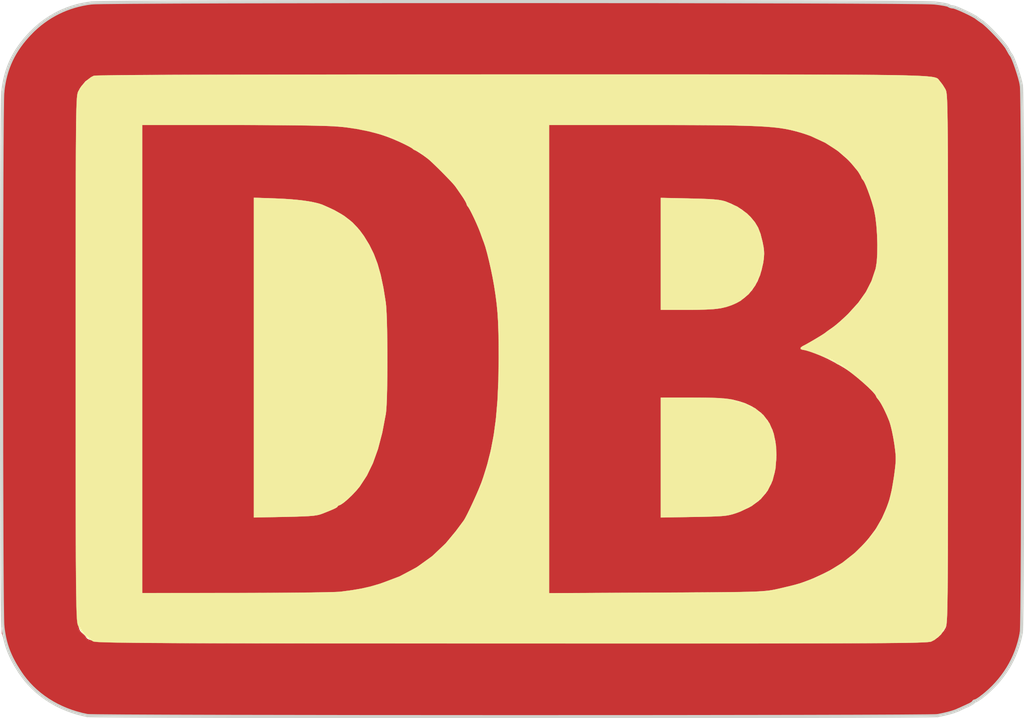
<source format=kicad_pcb>
(kicad_pcb (version 20171130) (host pcbnew 5.1.4+dfsg1-1)

  (general
    (thickness 1.6)
    (drawings 22)
    (tracks 0)
    (zones 0)
    (modules 3)
    (nets 1)
  )

  (page A4)
  (layers
    (0 F.Cu signal)
    (31 B.Cu signal hide)
    (32 B.Adhes user hide)
    (33 F.Adhes user hide)
    (34 B.Paste user hide)
    (35 F.Paste user hide)
    (36 B.SilkS user hide)
    (37 F.SilkS user)
    (38 B.Mask user hide)
    (39 F.Mask user hide)
    (40 Dwgs.User user)
    (41 Cmts.User user)
    (42 Eco1.User user)
    (43 Eco2.User user)
    (44 Edge.Cuts user)
    (45 Margin user)
    (46 B.CrtYd user)
    (47 F.CrtYd user)
    (48 B.Fab user)
    (49 F.Fab user)
  )

  (setup
    (last_trace_width 0.25)
    (trace_clearance 0.2)
    (zone_clearance 0.508)
    (zone_45_only no)
    (trace_min 0.2)
    (via_size 0.8)
    (via_drill 0.4)
    (via_min_size 0.4)
    (via_min_drill 0.3)
    (uvia_size 0.3)
    (uvia_drill 0.1)
    (uvias_allowed no)
    (uvia_min_size 0.2)
    (uvia_min_drill 0.1)
    (edge_width 0.05)
    (segment_width 0.2)
    (pcb_text_width 0.3)
    (pcb_text_size 1.5 1.5)
    (mod_edge_width 0.12)
    (mod_text_size 1 1)
    (mod_text_width 0.15)
    (pad_size 1.524 1.524)
    (pad_drill 0.762)
    (pad_to_mask_clearance 0.051)
    (solder_mask_min_width 0.25)
    (aux_axis_origin 0 0)
    (visible_elements FFFFFF7F)
    (pcbplotparams
      (layerselection 0x010fc_ffffffff)
      (usegerberextensions false)
      (usegerberattributes false)
      (usegerberadvancedattributes false)
      (creategerberjobfile false)
      (excludeedgelayer true)
      (linewidth 0.100000)
      (plotframeref false)
      (viasonmask false)
      (mode 1)
      (useauxorigin false)
      (hpglpennumber 1)
      (hpglpenspeed 20)
      (hpglpendiameter 15.000000)
      (psnegative false)
      (psa4output false)
      (plotreference true)
      (plotvalue true)
      (plotinvisibletext false)
      (padsonsilk false)
      (subtractmaskfromsilk false)
      (outputformat 1)
      (mirror false)
      (drillshape 1)
      (scaleselection 1)
      (outputdirectory ""))
  )

  (net 0 "")

  (net_class Default "This is the default net class."
    (clearance 0.2)
    (trace_width 0.25)
    (via_dia 0.8)
    (via_drill 0.4)
    (uvia_dia 0.3)
    (uvia_drill 0.1)
  )

  (module deutsche-bahn-sao:1280px-Deutsche_Bahn_AG-Logo-silk-invert (layer F.Cu) (tedit 0) (tstamp 5DD6C4C0)
    (at 150.9395 86.4235)
    (fp_text reference G*** (at 0 0) (layer F.SilkS) hide
      (effects (font (size 1.524 1.524) (thickness 0.3)))
    )
    (fp_text value LOGO (at 0.75 0) (layer F.SilkS) hide
      (effects (font (size 1.524 1.524) (thickness 0.3)))
    )
    (fp_poly (pts (xy 11.324166 -10.221801) (xy 11.971752 -10.205546) (xy 12.476345 -10.186451) (xy 12.864288 -10.162248)
      (xy 13.161921 -10.130667) (xy 13.395585 -10.089438) (xy 13.591621 -10.036293) (xy 13.631634 -10.02301)
      (xy 14.366276 -9.698177) (xy 14.969864 -9.269872) (xy 15.197666 -9.045233) (xy 15.478749 -8.704824)
      (xy 15.681844 -8.364696) (xy 15.832909 -7.969923) (xy 15.957902 -7.465582) (xy 15.968504 -7.414195)
      (xy 16.038495 -7.02173) (xy 16.062473 -6.707611) (xy 16.042542 -6.387832) (xy 16.001363 -6.101862)
      (xy 15.808929 -5.340835) (xy 15.49935 -4.679179) (xy 15.081635 -4.130371) (xy 14.564793 -3.707887)
      (xy 14.304863 -3.563822) (xy 13.985771 -3.423358) (xy 13.664577 -3.315931) (xy 13.312296 -3.237499)
      (xy 12.899945 -3.184024) (xy 12.39854 -3.151465) (xy 11.779096 -3.135783) (xy 11.211495 -3.132667)
      (xy 9.482666 -3.132667) (xy 9.482666 -10.261249) (xy 11.324166 -10.221801)) (layer F.SilkS) (width 0.01))
    (fp_poly (pts (xy 12.203604 2.459004) (xy 12.800115 2.470838) (xy 13.275525 2.492065) (xy 13.653878 2.523914)
      (xy 13.959219 2.567616) (xy 14.065447 2.588509) (xy 14.853901 2.818477) (xy 15.505592 3.145383)
      (xy 16.024233 3.57393) (xy 16.413537 4.108821) (xy 16.677215 4.754758) (xy 16.818981 5.516445)
      (xy 16.847661 6.113036) (xy 16.788015 6.979539) (xy 16.604191 7.732404) (xy 16.292646 8.376823)
      (xy 15.849837 8.91799) (xy 15.272223 9.361097) (xy 14.556259 9.711338) (xy 14.33872 9.790671)
      (xy 14.123799 9.861722) (xy 13.928641 9.916787) (xy 13.726839 9.958396) (xy 13.491986 9.989083)
      (xy 13.197672 10.011377) (xy 12.817492 10.02781) (xy 12.325036 10.040913) (xy 11.693898 10.053219)
      (xy 11.578166 10.055285) (xy 9.482666 10.092465) (xy 9.482666 2.455333) (xy 11.461947 2.455333)
      (xy 12.203604 2.459004)) (layer F.SilkS) (width 0.01))
    (fp_poly (pts (xy -14.964834 -10.220405) (xy -14.132448 -10.176256) (xy -13.390863 -10.105269) (xy -12.762043 -10.010442)
      (xy -12.267955 -9.894771) (xy -12.065 -9.824736) (xy -11.293397 -9.476232) (xy -10.66014 -9.10445)
      (xy -10.134242 -8.686049) (xy -9.684715 -8.197692) (xy -9.418783 -7.831667) (xy -9.072736 -7.265609)
      (xy -8.785167 -6.680413) (xy -8.546119 -6.045762) (xy -8.345636 -5.331338) (xy -8.173762 -4.506823)
      (xy -8.028536 -3.598333) (xy -7.999283 -3.297995) (xy -7.974887 -2.858995) (xy -7.955375 -2.30786)
      (xy -7.940771 -1.671117) (xy -7.931101 -0.975292) (xy -7.92639 -0.246911) (xy -7.926665 0.487499)
      (xy -7.931949 1.201413) (xy -7.942269 1.868303) (xy -7.95765 2.461644) (xy -7.978118 2.954909)
      (xy -8.003698 3.321572) (xy -8.021758 3.471333) (xy -8.246155 4.664835) (xy -8.517716 5.708964)
      (xy -8.841738 6.618421) (xy -9.223519 7.40791) (xy -9.668359 8.092134) (xy -9.703671 8.138651)
      (xy -9.934523 8.413737) (xy -10.203525 8.695272) (xy -10.478688 8.954207) (xy -10.728023 9.161493)
      (xy -10.919542 9.288082) (xy -10.997251 9.313333) (xy -11.087044 9.359743) (xy -11.091334 9.379438)
      (xy -11.122535 9.428088) (xy -11.231049 9.495331) (xy -11.439243 9.591876) (xy -11.769484 9.728433)
      (xy -12.065 9.845616) (xy -12.224523 9.900663) (xy -12.404976 9.943623) (xy -12.631304 9.976643)
      (xy -12.928453 10.001872) (xy -13.321368 10.021455) (xy -13.834994 10.037541) (xy -14.456834 10.051527)
      (xy -16.425334 10.091177) (xy -16.425334 -10.270289) (xy -14.964834 -10.220405)) (layer F.SilkS) (width 0.01))
    (fp_poly (pts (xy 11.113489 -18.118841) (xy 12.879036 -18.118385) (xy 14.508502 -18.11756) (xy 16.007428 -18.116275)
      (xy 17.381356 -18.114443) (xy 18.635829 -18.111975) (xy 19.776389 -18.108782) (xy 20.808577 -18.104776)
      (xy 21.737935 -18.099868) (xy 22.570006 -18.093969) (xy 23.310331 -18.08699) (xy 23.964452 -18.078844)
      (xy 24.537912 -18.069441) (xy 25.036252 -18.058693) (xy 25.465014 -18.046511) (xy 25.82974 -18.032806)
      (xy 26.135973 -18.01749) (xy 26.389253 -18.000475) (xy 26.595124 -17.981671) (xy 26.759127 -17.960989)
      (xy 26.886804 -17.938342) (xy 26.983697 -17.913641) (xy 27.055347 -17.886797) (xy 27.107298 -17.857721)
      (xy 27.145091 -17.826324) (xy 27.174268 -17.792519) (xy 27.20037 -17.756216) (xy 27.228941 -17.717327)
      (xy 27.258048 -17.683497) (xy 27.423958 -17.471786) (xy 27.586612 -17.211049) (xy 27.608706 -17.16954)
      (xy 27.627823 -17.129072) (xy 27.645374 -17.080238) (xy 27.661426 -17.015969) (xy 27.676046 -16.9292)
      (xy 27.689301 -16.812864) (xy 27.701258 -16.659894) (xy 27.711983 -16.463223) (xy 27.721543 -16.215786)
      (xy 27.730006 -15.910514) (xy 27.737437 -15.540343) (xy 27.743905 -15.098204) (xy 27.749475 -14.577032)
      (xy 27.754215 -13.969759) (xy 27.758191 -13.269319) (xy 27.761471 -12.468646) (xy 27.764121 -11.560673)
      (xy 27.766207 -10.538332) (xy 27.767798 -9.394559) (xy 27.768959 -8.122285) (xy 27.769758 -6.714444)
      (xy 27.770261 -5.16397) (xy 27.770535 -3.463796) (xy 27.770648 -1.606855) (xy 27.770666 -0.048579)
      (xy 27.770607 1.939332) (xy 27.770388 3.76495) (xy 27.769949 5.435315) (xy 27.769228 6.957467)
      (xy 27.768166 8.338448) (xy 27.7667 9.585297) (xy 27.764771 10.705054) (xy 27.762316 11.70476)
      (xy 27.759276 12.591456) (xy 27.755589 13.37218) (xy 27.751195 14.053975) (xy 27.746032 14.64388)
      (xy 27.740039 15.148935) (xy 27.733157 15.57618) (xy 27.725323 15.932657) (xy 27.716477 16.225405)
      (xy 27.706558 16.461464) (xy 27.695505 16.647875) (xy 27.683257 16.791679) (xy 27.669754 16.899915)
      (xy 27.654934 16.979624) (xy 27.638736 17.037846) (xy 27.6225 17.078627) (xy 27.326358 17.539358)
      (xy 26.928534 17.876354) (xy 26.715132 17.985041) (xy 26.673594 17.997808) (xy 26.608469 18.009737)
      (xy 26.514251 18.020854) (xy 26.385432 18.031186) (xy 26.216505 18.040758) (xy 26.001963 18.049597)
      (xy 25.7363 18.057728) (xy 25.414009 18.065178) (xy 25.029582 18.071973) (xy 24.577513 18.07814)
      (xy 24.052295 18.083703) (xy 23.448421 18.08869) (xy 22.760384 18.093126) (xy 21.982678 18.097038)
      (xy 21.109794 18.100451) (xy 20.136227 18.103393) (xy 19.05647 18.105888) (xy 17.865015 18.107964)
      (xy 16.556356 18.109645) (xy 15.124985 18.11096) (xy 13.565397 18.111932) (xy 11.872083 18.11259)
      (xy 10.039537 18.112958) (xy 8.062253 18.113063) (xy 5.934723 18.112931) (xy 3.65144 18.112589)
      (xy 1.206898 18.112061) (xy 0.010826 18.11176) (xy -2.521279 18.111028) (xy -4.88947 18.110184)
      (xy -7.099167 18.109201) (xy -9.155787 18.108052) (xy -11.06475 18.106709) (xy -12.831476 18.105146)
      (xy -14.461383 18.103335) (xy -15.95989 18.101249) (xy -17.332418 18.098863) (xy -18.584384 18.096147)
      (xy -19.721207 18.093076) (xy -20.748308 18.089621) (xy -21.671105 18.085757) (xy -22.495017 18.081456)
      (xy -23.225464 18.076691) (xy -23.867863 18.071434) (xy -24.427636 18.06566) (xy -24.9102 18.05934)
      (xy -25.320975 18.052448) (xy -25.66538 18.044956) (xy -25.948834 18.036838) (xy -26.176756 18.028067)
      (xy -26.354565 18.018614) (xy -26.487681 18.008455) (xy -26.581522 17.99756) (xy -26.641508 17.985903)
      (xy -26.663547 17.978514) (xy -27.058466 17.72656) (xy -27.399541 17.359889) (xy -27.627827 16.952786)
      (xy -27.644835 16.901237) (xy -27.660445 16.831615) (xy -27.674717 16.736846) (xy -27.68771 16.609861)
      (xy -27.699484 16.443586) (xy -27.710097 16.230949) (xy -27.71961 15.96488) (xy -27.728082 15.638307)
      (xy -27.735571 15.244157) (xy -27.740245 14.910499) (xy 2.370666 14.910499) (xy 9.2075 14.875748)
      (xy 10.447497 14.869299) (xy 11.530311 14.863172) (xy 12.46809 14.857034) (xy 13.272983 14.850547)
      (xy 13.957138 14.843378) (xy 14.532704 14.83519) (xy 15.01183 14.825648) (xy 15.406665 14.814417)
      (xy 15.729356 14.801162) (xy 15.992053 14.785547) (xy 16.206904 14.767236) (xy 16.386059 14.745895)
      (xy 16.541664 14.721188) (xy 16.68587 14.69278) (xy 16.806333 14.665983) (xy 17.345947 14.541497)
      (xy 17.757076 14.443846) (xy 18.076338 14.362255) (xy 18.340352 14.285947) (xy 18.585736 14.204147)
      (xy 18.849108 14.106077) (xy 19.167087 13.980963) (xy 19.26049 13.943763) (xy 20.17902 13.509864)
      (xy 21.048564 12.967657) (xy 21.845685 12.338193) (xy 22.546945 11.642519) (xy 23.128904 10.901685)
      (xy 23.568126 10.13674) (xy 23.615108 10.033) (xy 23.734283 9.760273) (xy 23.834902 9.528791)
      (xy 23.873041 9.440333) (xy 24.040933 8.958851) (xy 24.18852 8.341901) (xy 24.319251 7.574472)
      (xy 24.346644 7.379907) (xy 24.406075 6.919366) (xy 24.438937 6.567822) (xy 24.445393 6.267066)
      (xy 24.425605 5.958884) (xy 24.379734 5.585064) (xy 24.352184 5.390702) (xy 24.278666 4.950735)
      (xy 24.189433 4.519365) (xy 24.097643 4.156218) (xy 24.040727 3.979333) (xy 23.878675 3.582469)
      (xy 23.698365 3.195798) (xy 23.521823 2.862479) (xy 23.371076 2.625673) (xy 23.317331 2.561902)
      (xy 23.218554 2.435191) (xy 23.198666 2.380819) (xy 23.134253 2.256111) (xy 22.958665 2.054903)
      (xy 22.698379 1.799315) (xy 22.379872 1.511465) (xy 22.029621 1.213473) (xy 21.674102 0.927458)
      (xy 21.339792 0.675541) (xy 21.053169 0.479839) (xy 20.840709 0.362473) (xy 20.754212 0.338667)
      (xy 20.649889 0.281597) (xy 20.644555 0.271176) (xy 20.54728 0.191724) (xy 20.326603 0.07403)
      (xy 20.019853 -0.06686) (xy 19.66436 -0.2159) (xy 19.297452 -0.358046) (xy 18.956459 -0.478253)
      (xy 18.678709 -0.561475) (xy 18.501532 -0.592667) (xy 18.501256 -0.592667) (xy 18.387124 -0.637881)
      (xy 18.396908 -0.734681) (xy 18.520833 -0.823028) (xy 18.653306 -0.888263) (xy 18.879878 -1.013781)
      (xy 19.159395 -1.175195) (xy 19.450704 -1.348116) (xy 19.712649 -1.508155) (xy 19.904077 -1.630923)
      (xy 19.981333 -1.688548) (xy 20.070459 -1.75911) (xy 20.253704 -1.88904) (xy 20.401817 -1.989905)
      (xy 20.62709 -2.161419) (xy 20.922673 -2.414436) (xy 21.241856 -2.708068) (xy 21.417817 -2.879305)
      (xy 22.046014 -3.567733) (xy 22.530813 -4.247037) (xy 22.892625 -4.950997) (xy 23.151861 -5.713393)
      (xy 23.168459 -5.776673) (xy 23.231699 -6.155458) (xy 23.266662 -6.65761) (xy 23.274716 -7.239778)
      (xy 23.257227 -7.858609) (xy 23.215562 -8.470753) (xy 23.151089 -9.032858) (xy 23.065174 -9.501572)
      (xy 23.048927 -9.567333) (xy 22.94248 -9.940506) (xy 22.81404 -10.334048) (xy 22.677105 -10.712804)
      (xy 22.545173 -11.041617) (xy 22.431742 -11.285329) (xy 22.35031 -11.408783) (xy 22.339205 -11.415889)
      (xy 22.26844 -11.512598) (xy 22.267333 -11.527634) (xy 22.222594 -11.640549) (xy 22.108339 -11.836829)
      (xy 22.021427 -11.96857) (xy 21.461471 -12.642268) (xy 20.76328 -13.248108) (xy 19.949835 -13.770034)
      (xy 19.044116 -14.19199) (xy 18.626666 -14.340428) (xy 18.324242 -14.434686) (xy 18.02718 -14.517841)
      (xy 17.723267 -14.590581) (xy 17.400292 -14.653592) (xy 17.046041 -14.707562) (xy 16.648302 -14.753175)
      (xy 16.194863 -14.791121) (xy 15.67351 -14.822085) (xy 15.072031 -14.846755) (xy 14.378214 -14.865817)
      (xy 13.579845 -14.879958) (xy 12.664713 -14.889865) (xy 11.620605 -14.896225) (xy 10.435307 -14.899725)
      (xy 9.096608 -14.901051) (xy 8.657166 -14.901128) (xy 2.370666 -14.901333) (xy 2.370666 14.910499)
      (xy -27.740245 14.910499) (xy -27.742139 14.775358) (xy -27.747844 14.224839) (xy -27.752745 13.585528)
      (xy -27.756903 12.850354) (xy -27.760376 12.012244) (xy -27.763224 11.064126) (xy -27.765507 9.998929)
      (xy -27.767284 8.809581) (xy -27.768614 7.489009) (xy -27.769557 6.030144) (xy -27.770172 4.425911)
      (xy -27.770519 2.66924) (xy -27.770657 0.753059) (xy -27.770667 -0.037028) (xy -27.770627 -2.010807)
      (xy -27.77046 -3.822379) (xy -27.770102 -5.478869) (xy -27.769485 -6.987404) (xy -27.768543 -8.355109)
      (xy -27.76721 -9.589111) (xy -27.765419 -10.696534) (xy -27.763104 -11.684506) (xy -27.760198 -12.560152)
      (xy -27.756635 -13.330598) (xy -27.752348 -14.002969) (xy -27.747272 -14.584393) (xy -27.743493 -14.901333)
      (xy -23.537334 -14.901333) (xy -23.537334 14.901333) (xy -17.547167 14.896768) (xy -16.536363 14.894962)
      (xy -15.561161 14.891225) (xy -14.637007 14.88574) (xy -13.779348 14.878692) (xy -13.003633 14.870263)
      (xy -12.325309 14.860636) (xy -11.759823 14.849995) (xy -11.322622 14.838522) (xy -11.029153 14.826402)
      (xy -10.922 14.818172) (xy -10.200426 14.723842) (xy -9.586839 14.618172) (xy -9.019895 14.48873)
      (xy -8.438253 14.323081) (xy -8.361572 14.299246) (xy -7.14997 13.840445) (xy -6.053032 13.258105)
      (xy -5.066605 12.549333) (xy -4.186533 11.71124) (xy -3.570078 10.964333) (xy -3.363344 10.686459)
      (xy -3.192274 10.456667) (xy -3.084374 10.311899) (xy -3.065758 10.287) (xy -2.975356 10.135475)
      (xy -2.835098 9.864576) (xy -2.661911 9.510537) (xy -2.472725 9.109591) (xy -2.284468 8.697971)
      (xy -2.114068 8.31191) (xy -1.978454 7.987641) (xy -1.918598 7.831667) (xy -1.615057 6.906049)
      (xy -1.366456 5.953436) (xy -1.169669 4.950923) (xy -1.02157 3.875608) (xy -0.919033 2.704586)
      (xy -0.858931 1.414955) (xy -0.83814 -0.016189) (xy -0.838078 -0.084667) (xy -0.841212 -0.961088)
      (xy -0.852752 -1.702101) (xy -0.87488 -2.341519) (xy -0.909777 -2.913152) (xy -0.959621 -3.450811)
      (xy -1.026596 -3.988309) (xy -1.11288 -4.559456) (xy -1.135664 -4.699) (xy -1.225611 -5.196321)
      (xy -1.335285 -5.730102) (xy -1.455024 -6.259484) (xy -1.575167 -6.743607) (xy -1.686054 -7.141612)
      (xy -1.776272 -7.408333) (xy -1.843694 -7.585363) (xy -1.939055 -7.847443) (xy -1.993567 -8.001)
      (xy -2.101682 -8.281892) (xy -2.242976 -8.612696) (xy -2.399698 -8.956216) (xy -2.554096 -9.275258)
      (xy -2.688419 -9.532624) (xy -2.784915 -9.691119) (xy -2.815167 -9.722556) (xy -2.875186 -9.820046)
      (xy -2.878667 -9.855819) (xy -2.924707 -9.97717) (xy -3.044036 -10.184155) (xy -3.173388 -10.37793)
      (xy -3.352366 -10.633762) (xy -3.504941 -10.856264) (xy -3.575554 -10.962596) (xy -3.683007 -11.095544)
      (xy -3.883443 -11.315107) (xy -4.147115 -11.591233) (xy -4.444278 -11.893871) (xy -4.745186 -12.192967)
      (xy -5.020092 -12.458471) (xy -5.239249 -12.66033) (xy -5.338954 -12.744132) (xy -5.713267 -13.024145)
      (xy -5.98724 -13.208469) (xy -6.149288 -13.289456) (xy -6.170183 -13.292667) (xy -6.274329 -13.346695)
      (xy -6.279445 -13.356167) (xy -6.368883 -13.426535) (xy -6.576707 -13.545108) (xy -6.865655 -13.693406)
      (xy -7.198462 -13.852946) (xy -7.537868 -14.005246) (xy -7.832043 -14.126226) (xy -8.41508 -14.318641)
      (xy -9.112922 -14.49647) (xy -9.87107 -14.648345) (xy -10.635025 -14.762893) (xy -11.124796 -14.813243)
      (xy -11.406544 -14.828964) (xy -11.840594 -14.84372) (xy -12.409913 -14.857287) (xy -13.097471 -14.869445)
      (xy -13.886237 -14.879969) (xy -14.75918 -14.888639) (xy -15.699269 -14.895232) (xy -16.689472 -14.899526)
      (xy -17.71276 -14.901299) (xy -17.876962 -14.901333) (xy -23.537334 -14.901333) (xy -27.743493 -14.901333)
      (xy -27.741338 -15.081994) (xy -27.734483 -15.502899) (xy -27.726637 -15.854233) (xy -27.717736 -16.143123)
      (xy -27.707713 -16.376694) (xy -27.696501 -16.562073) (xy -27.684034 -16.706385) (xy -27.670246 -16.816756)
      (xy -27.655069 -16.900312) (xy -27.638438 -16.964179) (xy -27.620287 -17.015483) (xy -27.612187 -17.035014)
      (xy -27.412308 -17.368125) (xy -27.124645 -17.688811) (xy -26.804743 -17.941238) (xy -26.61275 -18.039672)
      (xy -26.508734 -18.047126) (xy -26.239245 -18.054279) (xy -25.808143 -18.061118) (xy -25.219286 -18.067634)
      (xy -24.476534 -18.073813) (xy -23.583748 -18.079646) (xy -22.544787 -18.085119) (xy -21.36351 -18.090223)
      (xy -20.043778 -18.094945) (xy -18.589449 -18.099274) (xy -17.004384 -18.103199) (xy -15.292441 -18.106708)
      (xy -13.457482 -18.109789) (xy -11.503365 -18.112432) (xy -9.43395 -18.114625) (xy -7.253097 -18.116356)
      (xy -4.964665 -18.117614) (xy -2.572515 -18.118388) (xy -0.080505 -18.118666) (xy 0.050564 -18.118667)
      (xy 2.579648 -18.118733) (xy 4.94494 -18.118872) (xy 7.151983 -18.118995) (xy 9.206319 -18.119014)
      (xy 11.113489 -18.118841)) (layer F.SilkS) (width 0.01))
  )

  (module deutsche-bahn-sao:1280px-Deutsche_Bahn_AG-Logo-copper (layer F.Cu) (tedit 0) (tstamp 5DD6C36C)
    (at 150.9395 86.4235)
    (fp_text reference G*** (at 0 0) (layer F.Cu) hide
      (effects (font (size 1.524 1.524) (thickness 0.3)))
    )
    (fp_text value LOGO (at 0.75 0) (layer F.Cu) hide
      (effects (font (size 1.524 1.524) (thickness 0.3)))
    )
    (fp_poly (pts (xy 8.6995 -14.899412) (xy 10.070933 -14.898104) (xy 11.284787 -14.894802) (xy 12.352804 -14.889117)
      (xy 13.28673 -14.88066) (xy 14.09831 -14.869042) (xy 14.799289 -14.853874) (xy 15.401412 -14.834766)
      (xy 15.916423 -14.811329) (xy 16.356068 -14.783173) (xy 16.732092 -14.749911) (xy 17.056239 -14.711152)
      (xy 17.340254 -14.666506) (xy 17.595882 -14.615586) (xy 17.653 -14.602692) (xy 18.093449 -14.494088)
      (xy 18.505387 -14.379902) (xy 18.851243 -14.271619) (xy 19.093448 -14.180726) (xy 19.177 -14.136776)
      (xy 19.319448 -14.065555) (xy 19.46869 -14.011746) (xy 19.876819 -13.834019) (xy 20.342802 -13.54733)
      (xy 20.82971 -13.183036) (xy 21.300612 -12.772495) (xy 21.718579 -12.347064) (xy 22.04668 -11.9381)
      (xy 22.192886 -11.698636) (xy 22.291937 -11.52345) (xy 22.360256 -11.43) (xy 22.430138 -11.315866)
      (xy 22.535249 -11.078207) (xy 22.661382 -10.755453) (xy 22.794328 -10.386035) (xy 22.919878 -10.008383)
      (xy 23.023823 -9.660928) (xy 23.048927 -9.567333) (xy 23.13827 -9.118324) (xy 23.206398 -8.568726)
      (xy 23.251945 -7.961889) (xy 23.273543 -7.341167) (xy 23.269826 -6.749909) (xy 23.239426 -6.231469)
      (xy 23.180976 -5.829196) (xy 23.168459 -5.776673) (xy 22.916408 -5.008263) (xy 22.563382 -4.300939)
      (xy 22.08897 -3.620922) (xy 21.472762 -2.934431) (xy 21.417817 -2.879305) (xy 21.106206 -2.580834)
      (xy 20.791353 -2.29948) (xy 20.519968 -2.076132) (xy 20.401817 -1.989905) (xy 20.182576 -1.839462)
      (xy 20.026561 -1.72625) (xy 19.981333 -1.688548) (xy 19.885171 -1.618289) (xy 19.682545 -1.489457)
      (xy 19.414609 -1.32644) (xy 19.122518 -1.153627) (xy 18.847426 -0.995407) (xy 18.630487 -0.87617)
      (xy 18.520833 -0.823028) (xy 18.395416 -0.732183) (xy 18.387926 -0.635918) (xy 18.499329 -0.592667)
      (xy 18.76932 -0.548387) (xy 19.149768 -0.425031) (xy 19.609822 -0.236821) (xy 20.118627 0.002021)
      (xy 20.64533 0.277272) (xy 21.159079 0.574708) (xy 21.492237 0.787008) (xy 21.756735 0.9797)
      (xy 22.060235 1.226361) (xy 22.37512 1.501196) (xy 22.673771 1.778409) (xy 22.928569 2.032206)
      (xy 23.111898 2.23679) (xy 23.196138 2.366367) (xy 23.198666 2.380819) (xy 23.251773 2.485884)
      (xy 23.317331 2.561902) (xy 23.449078 2.740766) (xy 23.616417 3.035237) (xy 23.797121 3.401768)
      (xy 23.968964 3.79681) (xy 24.038361 3.974628) (xy 24.123007 4.254489) (xy 24.214471 4.643827)
      (xy 24.29987 5.083936) (xy 24.349154 5.390867) (xy 24.406965 5.814797) (xy 24.43854 6.145895)
      (xy 24.443788 6.442816) (xy 24.422613 6.764216) (xy 24.374923 7.168751) (xy 24.34598 7.384778)
      (xy 24.242419 8.062373) (xy 24.126476 8.625034) (xy 23.9826 9.127129) (xy 23.795242 9.623026)
      (xy 23.552252 10.16) (xy 23.208903 10.757765) (xy 22.750865 11.381623) (xy 22.217368 11.987074)
      (xy 21.647642 12.529618) (xy 21.080917 12.964758) (xy 21.077826 12.966807) (xy 20.448254 13.348228)
      (xy 19.751401 13.709907) (xy 19.040346 14.027563) (xy 18.368172 14.276919) (xy 17.949333 14.397796)
      (xy 17.629304 14.476831) (xy 17.349539 14.54589) (xy 17.0968 14.605698) (xy 16.857846 14.656977)
      (xy 16.619439 14.700452) (xy 16.368339 14.736847) (xy 16.091307 14.766885) (xy 15.775104 14.79129)
      (xy 15.40649 14.810787) (xy 14.972225 14.826098) (xy 14.459072 14.837949) (xy 13.853789 14.847062)
      (xy 13.143138 14.854162) (xy 12.31388 14.859972) (xy 11.352776 14.865217) (xy 10.246585 14.870619)
      (xy 9.2075 14.875748) (xy 2.370666 14.910499) (xy 2.370666 2.455333) (xy 9.482666 2.455333)
      (xy 9.482666 10.092465) (xy 11.578166 10.055285) (xy 12.233969 10.042872) (xy 12.746859 10.030066)
      (xy 13.143246 10.014337) (xy 13.449535 9.993152) (xy 13.692136 9.96398) (xy 13.897455 9.92429)
      (xy 14.091901 9.87155) (xy 14.301881 9.80323) (xy 14.33872 9.790671) (xy 15.088858 9.467616)
      (xy 15.699884 9.055729) (xy 16.17621 8.548469) (xy 16.522245 7.939297) (xy 16.742401 7.221674)
      (xy 16.841088 6.38906) (xy 16.84775 6.070702) (xy 16.786977 5.237307) (xy 16.605248 4.520506)
      (xy 16.3003 3.916118) (xy 15.869866 3.419963) (xy 15.311681 3.02786) (xy 15.155333 2.94726)
      (xy 14.818939 2.799307) (xy 14.473466 2.682908) (xy 14.093513 2.594679) (xy 13.65368 2.531237)
      (xy 13.128564 2.489198) (xy 12.492764 2.46518) (xy 11.72088 2.455799) (xy 11.461947 2.455333)
      (xy 9.482666 2.455333) (xy 2.370666 2.455333) (xy 2.370666 -3.132667) (xy 9.482666 -3.132667)
      (xy 11.211495 -3.132667) (xy 11.907473 -3.137143) (xy 12.457503 -3.151463) (xy 12.884756 -3.176964)
      (xy 13.212405 -3.214982) (xy 13.442877 -3.261415) (xy 14.18688 -3.520438) (xy 14.801091 -3.88568)
      (xy 15.29007 -4.362261) (xy 15.658376 -4.955301) (xy 15.910569 -5.669921) (xy 16.004846 -6.138333)
      (xy 16.055951 -6.525429) (xy 16.066109 -6.829388) (xy 16.033089 -7.131921) (xy 15.969035 -7.450667)
      (xy 15.835665 -7.965468) (xy 15.67981 -8.366598) (xy 15.474571 -8.709662) (xy 15.197666 -9.045233)
      (xy 14.650553 -9.520684) (xy 13.974889 -9.8911) (xy 13.631634 -10.02301) (xy 13.440273 -10.079031)
      (xy 13.216981 -10.122644) (xy 12.935418 -10.15612) (xy 12.569242 -10.181727) (xy 12.092113 -10.201734)
      (xy 11.47769 -10.218411) (xy 11.324166 -10.221801) (xy 9.482666 -10.261249) (xy 9.482666 -3.132667)
      (xy 2.370666 -3.132667) (xy 2.370666 -14.901333) (xy 8.6995 -14.899412)) (layer F.Cu) (width 0.01))
    (fp_poly (pts (xy -16.547548 -14.900463) (xy -15.374 -14.897248) (xy -14.342858 -14.890789) (xy -13.440661 -14.880182)
      (xy -12.653949 -14.864526) (xy -11.96926 -14.842918) (xy -11.373134 -14.814456) (xy -10.85211 -14.778239)
      (xy -10.392728 -14.733364) (xy -9.981526 -14.678929) (xy -9.605045 -14.614032) (xy -9.249823 -14.537771)
      (xy -8.902399 -14.449243) (xy -8.549313 -14.347548) (xy -8.255 -14.256508) (xy -7.944769 -14.148117)
      (xy -7.579737 -14.004957) (xy -7.197748 -13.843836) (xy -6.83665 -13.681562) (xy -6.534288 -13.53494)
      (xy -6.328507 -13.420778) (xy -6.265334 -13.372915) (xy -6.17307 -13.304312) (xy -5.988206 -13.184528)
      (xy -5.884334 -13.120494) (xy -5.624232 -12.95324) (xy -5.388497 -12.786752) (xy -5.334 -12.744501)
      (xy -5.158498 -12.589507) (xy -4.903571 -12.34778) (xy -4.604279 -12.054431) (xy -4.29568 -11.744573)
      (xy -4.012834 -11.453318) (xy -3.7908 -11.215777) (xy -3.682463 -11.090472) (xy -3.481043 -10.823577)
      (xy -3.275631 -10.529773) (xy -3.0909 -10.247176) (xy -2.951526 -10.013901) (xy -2.882183 -9.868065)
      (xy -2.878667 -9.848823) (xy -2.833102 -9.734533) (xy -2.815167 -9.722556) (xy -2.746655 -9.633349)
      (xy -2.630675 -9.425069) (xy -2.484979 -9.134911) (xy -2.327316 -8.800071) (xy -2.17544 -8.457745)
      (xy -2.047102 -8.145129) (xy -1.993567 -8.001) (xy -1.894556 -7.724086) (xy -1.808335 -7.490908)
      (xy -1.776272 -7.408333) (xy -1.683784 -7.134077) (xy -1.57259 -6.73374) (xy -1.452352 -6.248183)
      (xy -1.33273 -5.718265) (xy -1.223386 -5.184846) (xy -1.135664 -4.699) (xy -1.043896 -4.110152)
      (xy -0.972213 -3.562841) (xy -0.918359 -3.022659) (xy -0.880079 -2.4552) (xy -0.855118 -1.826055)
      (xy -0.841221 -1.100816) (xy -0.836132 -0.245077) (xy -0.836003 -0.127) (xy -0.852512 1.270375)
      (xy -0.906183 2.527286) (xy -1.000284 3.669178) (xy -1.138087 4.721495) (xy -1.322861 5.70968)
      (xy -1.557878 6.659178) (xy -1.81749 7.50902) (xy -1.947841 7.869898) (xy -2.119565 8.300472)
      (xy -2.31649 8.764746) (xy -2.522441 9.226726) (xy -2.721245 9.650419) (xy -2.896727 9.999829)
      (xy -3.032713 10.238963) (xy -3.065758 10.287) (xy -3.142727 10.390157) (xy -3.293229 10.592256)
      (xy -3.489757 10.856353) (xy -3.570078 10.964333) (xy -4.298413 11.834329) (xy -5.104654 12.578926)
      (xy -5.915689 13.16437) (xy -6.323808 13.419508) (xy -6.703411 13.633411) (xy -7.090201 13.8216)
      (xy -7.519882 13.999595) (xy -8.028158 14.182919) (xy -8.650734 14.387091) (xy -8.932334 14.475754)
      (xy -9.233409 14.551691) (xy -9.661676 14.635041) (xy -10.17562 14.718659) (xy -10.733726 14.795401)
      (xy -10.922 14.818172) (xy -11.112586 14.830618) (xy -11.457057 14.842536) (xy -11.939966 14.853745)
      (xy -12.545867 14.864059) (xy -13.25931 14.873296) (xy -14.06485 14.881272) (xy -14.947039 14.887805)
      (xy -15.890429 14.892712) (xy -16.879574 14.895808) (xy -17.547167 14.896768) (xy -23.537334 14.901333)
      (xy -23.537334 10.091177) (xy -16.425334 10.091177) (xy -14.456834 10.051527) (xy -13.805563 10.036774)
      (xy -13.29868 10.020561) (xy -12.911238 10.000743) (xy -12.618293 9.97517) (xy -12.3949 9.941696)
      (xy -12.216114 9.898173) (xy -12.065 9.845616) (xy -11.642004 9.676802) (xy -11.35581 9.555065)
      (xy -11.184051 9.469694) (xy -11.104359 9.40998) (xy -11.091334 9.379438) (xy -11.025282 9.316347)
      (xy -10.997251 9.313333) (xy -10.859795 9.253964) (xy -10.643957 9.095222) (xy -10.381726 8.866157)
      (xy -10.105091 8.595817) (xy -9.846041 8.31325) (xy -9.703671 8.138651) (xy -9.253989 7.461581)
      (xy -8.867755 6.680326) (xy -8.53967 5.780182) (xy -8.264436 4.746448) (xy -8.036754 3.56442)
      (xy -8.021758 3.471333) (xy -7.993253 3.196038) (xy -7.969807 2.777966) (xy -7.951399 2.243596)
      (xy -7.938008 1.619408) (xy -7.929613 0.931882) (xy -7.926192 0.207497) (xy -7.927724 -0.527267)
      (xy -7.934188 -1.245929) (xy -7.945562 -1.922011) (xy -7.961826 -2.529032) (xy -7.982958 -3.040513)
      (xy -8.008936 -3.429975) (xy -8.027437 -3.598333) (xy -8.181174 -4.559299) (xy -8.355813 -5.381845)
      (xy -8.561401 -6.09654) (xy -8.807985 -6.73395) (xy -9.10561 -7.32464) (xy -9.418783 -7.831667)
      (xy -9.835283 -8.378015) (xy -10.308013 -8.839235) (xy -10.867958 -9.238667) (xy -11.546106 -9.599648)
      (xy -12.065 -9.824736) (xy -12.477245 -9.950411) (xy -13.036078 -10.05686) (xy -13.719531 -10.141086)
      (xy -14.50564 -10.200092) (xy -14.964834 -10.220405) (xy -16.425334 -10.270289) (xy -16.425334 10.091177)
      (xy -23.537334 10.091177) (xy -23.537334 -14.901333) (xy -17.876962 -14.901333) (xy -16.547548 -14.900463)) (layer F.Cu) (width 0.01))
    (fp_poly (pts (xy -11.295686 -22.766303) (xy -9.361236 -22.765626) (xy -7.280347 -22.764481) (xy -5.047628 -22.76291)
      (xy -2.657689 -22.760958) (xy -0.105138 -22.758669) (xy 0.550333 -22.758057) (xy 3.075749 -22.755648)
      (xy 5.437418 -22.753302) (xy 7.640925 -22.750983) (xy 9.691858 -22.748654) (xy 11.595801 -22.746281)
      (xy 13.35834 -22.743827) (xy 14.985062 -22.741257) (xy 16.481553 -22.738535) (xy 17.853399 -22.735625)
      (xy 19.106185 -22.732492) (xy 20.245498 -22.7291) (xy 21.276923 -22.725414) (xy 22.206047 -22.721397)
      (xy 23.038456 -22.717014) (xy 23.779735 -22.712229) (xy 24.435471 -22.707008) (xy 25.01125 -22.701312)
      (xy 25.512657 -22.695109) (xy 25.945279 -22.68836) (xy 26.314701 -22.681032) (xy 26.62651 -22.673088)
      (xy 26.886291 -22.664492) (xy 27.099632 -22.655209) (xy 27.272116 -22.645203) (xy 27.409331 -22.634439)
      (xy 27.516863 -22.62288) (xy 27.600297 -22.610491) (xy 27.66522 -22.597237) (xy 27.712498 -22.584521)
      (xy 28.059681 -22.469528) (xy 28.408295 -22.338138) (xy 28.575686 -22.267021) (xy 28.804316 -22.167822)
      (xy 28.965405 -22.107023) (xy 29.003468 -22.098) (xy 29.118759 -22.049202) (xy 29.330607 -21.919663)
      (xy 29.603536 -21.734664) (xy 29.902067 -21.519486) (xy 30.190725 -21.299411) (xy 30.434033 -21.099721)
      (xy 30.542153 -21.001502) (xy 31.179187 -20.285558) (xy 31.7123 -19.481048) (xy 32.121737 -18.623981)
      (xy 32.387743 -17.750366) (xy 32.422508 -17.57395) (xy 32.433295 -17.428563) (xy 32.443423 -17.123826)
      (xy 32.452892 -16.669647) (xy 32.461702 -16.075935) (xy 32.469854 -15.352596) (xy 32.477349 -14.509539)
      (xy 32.484187 -13.556672) (xy 32.490369 -12.503902) (xy 32.495895 -11.361137) (xy 32.500765 -10.138284)
      (xy 32.504981 -8.845253) (xy 32.508543 -7.491949) (xy 32.511451 -6.088282) (xy 32.513706 -4.644159)
      (xy 32.515309 -3.169488) (xy 32.516259 -1.674176) (xy 32.516559 -0.168132) (xy 32.516207 1.338738)
      (xy 32.515205 2.836524) (xy 32.513553 4.31532) (xy 32.511252 5.765217) (xy 32.508302 7.176309)
      (xy 32.504704 8.538686) (xy 32.500459 9.842441) (xy 32.495566 11.077667) (xy 32.490027 12.234456)
      (xy 32.483842 13.302899) (xy 32.477011 14.273089) (xy 32.469536 15.135119) (xy 32.461416 15.87908)
      (xy 32.452653 16.495065) (xy 32.443246 16.973166) (xy 32.433197 17.303475) (xy 32.422505 17.476085)
      (xy 32.420578 17.489283) (xy 32.224111 18.315737) (xy 31.942981 19.052094) (xy 31.55728 19.734313)
      (xy 31.047097 20.398352) (xy 30.478216 20.997333) (xy 29.683957 21.653844) (xy 28.770689 22.189904)
      (xy 27.934975 22.538894) (xy 27.389666 22.731141) (xy 0.296333 22.743029) (xy -1.838603 22.743757)
      (xy -3.931484 22.74406) (xy -5.975867 22.743951) (xy -7.965312 22.743443) (xy -9.893373 22.742549)
      (xy -11.75361 22.741282) (xy -13.539579 22.739654) (xy -15.244838 22.73768) (xy -16.862944 22.735372)
      (xy -18.387454 22.732742) (xy -19.811927 22.729805) (xy -21.129918 22.726572) (xy -22.334987 22.723057)
      (xy -23.420689 22.719274) (xy -24.380583 22.715234) (xy -25.208225 22.710951) (xy -25.897173 22.706439)
      (xy -26.440985 22.701709) (xy -26.833218 22.696775) (xy -27.067429 22.69165) (xy -27.135667 22.687659)
      (xy -27.576733 22.591641) (xy -27.960803 22.492222) (xy -28.24491 22.401122) (xy -28.345028 22.357741)
      (xy -28.505716 22.275879) (xy -28.746837 22.156194) (xy -28.871334 22.095207) (xy -29.773889 21.565992)
      (xy -30.558328 20.915778) (xy -31.225083 20.144065) (xy -31.77459 19.250351) (xy -32.201816 18.249815)
      (xy -32.469667 17.483667) (xy -32.486953 5.48887) (xy -27.771413 5.48887) (xy -27.771407 7.024984)
      (xy -27.770906 8.419892) (xy -27.76969 9.680625) (xy -27.76754 10.814215) (xy -27.764235 11.827694)
      (xy -27.759556 12.728092) (xy -27.753282 13.522443) (xy -27.745193 14.217776) (xy -27.735069 14.821125)
      (xy -27.72269 15.33952) (xy -27.707836 15.779994) (xy -27.690287 16.149577) (xy -27.669823 16.455302)
      (xy -27.646224 16.7042) (xy -27.619269 16.903303) (xy -27.588739 17.059642) (xy -27.554414 17.180249)
      (xy -27.516073 17.272155) (xy -27.473496 17.342393) (xy -27.426464 17.397994) (xy -27.374756 17.445989)
      (xy -27.318152 17.49341) (xy -27.256433 17.547289) (xy -27.219206 17.583253) (xy -27.175837 17.632601)
      (xy -27.142801 17.678752) (xy -27.114551 17.721814) (xy -27.085537 17.761894) (xy -27.050212 17.799102)
      (xy -27.003027 17.833543) (xy -26.938432 17.865327) (xy -26.85088 17.89456) (xy -26.734822 17.921351)
      (xy -26.584709 17.945806) (xy -26.394994 17.968034) (xy -26.160126 17.988143) (xy -25.874558 18.00624)
      (xy -25.532741 18.022432) (xy -25.129127 18.036828) (xy -24.658166 18.049536) (xy -24.114311 18.060662)
      (xy -23.492013 18.070314) (xy -22.785722 18.078601) (xy -21.989892 18.08563) (xy -21.098972 18.091508)
      (xy -20.107415 18.096344) (xy -19.009672 18.100245) (xy -17.800194 18.103318) (xy -16.473433 18.105672)
      (xy -15.02384 18.107414) (xy -13.445867 18.108651) (xy -11.733965 18.109493) (xy -9.882585 18.110045)
      (xy -7.886179 18.110416) (xy -5.739199 18.110714) (xy -3.436095 18.111046) (xy -0.971319 18.11152)
      (xy 0.010826 18.11176) (xy 2.532415 18.112364) (xy 4.890177 18.112796) (xy 7.08962 18.11303)
      (xy 9.13625 18.113038) (xy 11.035575 18.112796) (xy 12.7931 18.112276) (xy 14.414334 18.111454)
      (xy 15.904783 18.110302) (xy 17.269954 18.108795) (xy 18.515354 18.106906) (xy 19.64649 18.10461)
      (xy 20.668868 18.101879) (xy 21.587996 18.098689) (xy 22.40938 18.095013) (xy 23.138527 18.090824)
      (xy 23.780945 18.086097) (xy 24.34214 18.080806) (xy 24.82762 18.074924) (xy 25.24289 18.068425)
      (xy 25.593458 18.061284) (xy 25.884831 18.053473) (xy 26.122515 18.044968) (xy 26.312018 18.035741)
      (xy 26.458847 18.025766) (xy 26.568508 18.015018) (xy 26.646509 18.003471) (xy 26.698355 17.991097)
      (xy 26.715132 17.985041) (xy 27.155111 17.713433) (xy 27.509131 17.315941) (xy 27.627715 17.110825)
      (xy 27.644627 17.068497) (xy 27.660158 17.007899) (xy 27.674366 16.922032) (xy 27.687309 16.803903)
      (xy 27.699047 16.646516) (xy 27.709636 16.442873) (xy 27.719137 16.185981) (xy 27.727607 15.868842)
      (xy 27.735104 15.484461) (xy 27.741687 15.025842) (xy 27.747415 14.485989) (xy 27.752345 13.857907)
      (xy 27.756536 13.1346) (xy 27.760047 12.309072) (xy 27.762936 11.374326) (xy 27.765261 10.323368)
      (xy 27.767081 9.149201) (xy 27.768454 7.84483) (xy 27.769438 6.403259) (xy 27.770092 4.817492)
      (xy 27.770474 3.080532) (xy 27.770643 1.185385) (xy 27.770666 -0.016381) (xy 27.770634 -2.0022)
      (xy 27.770491 -3.825745) (xy 27.770173 -5.494076) (xy 27.769612 -7.014252) (xy 27.768741 -8.393334)
      (xy 27.767494 -9.638381) (xy 27.765804 -10.756452) (xy 27.763604 -11.754607) (xy 27.760829 -12.639905)
      (xy 27.75741 -13.419408) (xy 27.753282 -14.100173) (xy 27.748378 -14.68926) (xy 27.742631 -15.193731)
      (xy 27.735974 -15.620642) (xy 27.728342 -15.977056) (xy 27.719666 -16.27003) (xy 27.709882 -16.506626)
      (xy 27.698921 -16.693901) (xy 27.686717 -16.838917) (xy 27.673204 -16.948733) (xy 27.658315 -17.030407)
      (xy 27.641983 -17.091001) (xy 27.624141 -17.137573) (xy 27.608706 -17.16954) (xy 27.453757 -17.42811)
      (xy 27.283322 -17.655579) (xy 27.258048 -17.683497) (xy 27.223341 -17.72456) (xy 27.195641 -17.762965)
      (xy 27.169407 -17.798801) (xy 27.139099 -17.832157) (xy 27.099176 -17.863121) (xy 27.044097 -17.891781)
      (xy 26.968323 -17.918228) (xy 26.866313 -17.942548) (xy 26.732527 -17.964831) (xy 26.561423 -17.985165)
      (xy 26.347461 -18.003638) (xy 26.085101 -18.02034) (xy 25.768803 -18.035359) (xy 25.393026 -18.048783)
      (xy 24.952229 -18.060701) (xy 24.440871 -18.071202) (xy 23.853414 -18.080374) (xy 23.184315 -18.088305)
      (xy 22.428035 -18.095085) (xy 21.579032 -18.100801) (xy 20.631767 -18.105543) (xy 19.580699 -18.109399)
      (xy 18.420288 -18.112458) (xy 17.144992 -18.114807) (xy 15.749272 -18.116537) (xy 14.227587 -18.117734)
      (xy 12.574397 -18.118489) (xy 10.78416 -18.118889) (xy 8.851337 -18.119023) (xy 6.770388 -18.118979)
      (xy 4.53577 -18.118847) (xy 2.141945 -18.118714) (xy 0.036681 -18.118667) (xy -2.487347 -18.118614)
      (xy -4.847541 -18.118436) (xy -7.049403 -18.118106) (xy -9.098432 -18.117595) (xy -11.000128 -18.116877)
      (xy -12.759991 -18.115923) (xy -14.383522 -18.114706) (xy -15.876221 -18.113198) (xy -17.243587 -18.111371)
      (xy -18.491122 -18.109197) (xy -19.624325 -18.106649) (xy -20.648696 -18.103699) (xy -21.569735 -18.100319)
      (xy -22.392943 -18.096481) (xy -23.12382 -18.092158) (xy -23.767865 -18.087322) (xy -24.33058 -18.081946)
      (xy -24.817464 -18.076001) (xy -25.234017 -18.069459) (xy -25.585739 -18.062294) (xy -25.878131 -18.054477)
      (xy -26.116693 -18.04598) (xy -26.306925 -18.036776) (xy -26.454326 -18.026837) (xy -26.564398 -18.016136)
      (xy -26.64264 -18.004644) (xy -26.694553 -17.992334) (xy -26.717092 -17.983734) (xy -27.160906 -17.681519)
      (xy -27.5017 -17.252169) (xy -27.612501 -17.032148) (xy -27.631275 -16.984271) (xy -27.648503 -16.926671)
      (xy -27.664252 -16.852221) (xy -27.678588 -16.753798) (xy -27.691577 -16.624279) (xy -27.703286 -16.456537)
      (xy -27.71378 -16.24345) (xy -27.723126 -15.977892) (xy -27.731391 -15.652741) (xy -27.738641 -15.26087)
      (xy -27.744941 -14.795157) (xy -27.750359 -14.248477) (xy -27.754961 -13.613706) (xy -27.758812 -12.883719)
      (xy -27.76198 -12.051392) (xy -27.76453 -11.109601) (xy -27.766529 -10.051222) (xy -27.768043 -8.869131)
      (xy -27.769139 -7.556202) (xy -27.769882 -6.105313) (xy -27.77034 -4.509338) (xy -27.770577 -2.761154)
      (xy -27.770662 -0.853636) (xy -27.770667 -0.037028) (xy -27.770823 1.964896) (xy -27.771145 3.804518)
      (xy -27.771413 5.48887) (xy -32.486953 5.48887) (xy -32.494193 0.465667) (xy -32.497072 -1.582439)
      (xy -32.499493 -3.468302) (xy -32.501351 -5.199013) (xy -32.502538 -6.781663) (xy -32.502949 -8.223341)
      (xy -32.502477 -9.531139) (xy -32.501015 -10.712146) (xy -32.498458 -11.773454) (xy -32.494698 -12.722152)
      (xy -32.48963 -13.565331) (xy -32.483147 -14.310082) (xy -32.475142 -14.963495) (xy -32.465509 -15.532661)
      (xy -32.454142 -16.02467) (xy -32.440935 -16.446611) (xy -32.42578 -16.805577) (xy -32.408572 -17.108657)
      (xy -32.389204 -17.362942) (xy -32.367569 -17.575522) (xy -32.343562 -17.753488) (xy -32.317075 -17.90393)
      (xy -32.288003 -18.033939) (xy -32.256239 -18.150605) (xy -32.221677 -18.261018) (xy -32.212745 -18.288)
      (xy -32.112056 -18.552316) (xy -31.969801 -18.879873) (xy -31.808469 -19.223855) (xy -31.65055 -19.537447)
      (xy -31.518532 -19.773833) (xy -31.453667 -19.868188) (xy -31.350911 -19.996737) (xy -31.201027 -20.193453)
      (xy -31.159472 -20.249188) (xy -30.921893 -20.535515) (xy -30.609266 -20.867549) (xy -30.279419 -21.186031)
      (xy -30.055999 -21.379964) (xy -29.732436 -21.614369) (xy -29.339656 -21.858031) (xy -28.926023 -22.08482)
      (xy -28.539898 -22.268608) (xy -28.229642 -22.383265) (xy -28.172905 -22.397367) (xy -27.955101 -22.459058)
      (xy -27.809881 -22.526619) (xy -27.80751 -22.528467) (xy -27.770284 -22.552132) (xy -27.716004 -22.574281)
      (xy -27.639278 -22.594958) (xy -27.534716 -22.614205) (xy -27.396927 -22.632067) (xy -27.220519 -22.648588)
      (xy -27.000103 -22.663811) (xy -26.730285 -22.677779) (xy -26.405677 -22.690537) (xy -26.020886 -22.702128)
      (xy -25.570521 -22.712595) (xy -25.049192 -22.721983) (xy -24.451508 -22.730334) (xy -23.772077 -22.737693)
      (xy -23.005509 -22.744104) (xy -22.146412 -22.749609) (xy -21.189395 -22.754253) (xy -20.129068 -22.758079)
      (xy -18.960039 -22.76113) (xy -17.676918 -22.763451) (xy -16.274313 -22.765086) (xy -14.746833 -22.766077)
      (xy -13.089088 -22.766468) (xy -11.295686 -22.766303)) (layer F.Cu) (width 0.01))
  )

  (module deutsche-bahn-sao:1280px-Deutsche_Bahn_AG-Logo-mask-invert (layer F.Cu) (tedit 0) (tstamp 5DD6AAA8)
    (at 150.9395 86.4235)
    (fp_text reference G*** (at 0 0) (layer F.SilkS) hide
      (effects (font (size 1.524 1.524) (thickness 0.3)))
    )
    (fp_text value LOGO (at 0.75 0) (layer F.SilkS) hide
      (effects (font (size 1.524 1.524) (thickness 0.3)))
    )
    (fp_poly (pts (xy 11.324166 -10.221801) (xy 11.971752 -10.205546) (xy 12.476345 -10.186451) (xy 12.864288 -10.162248)
      (xy 13.161921 -10.130667) (xy 13.395585 -10.089438) (xy 13.591621 -10.036293) (xy 13.631634 -10.02301)
      (xy 14.366276 -9.698177) (xy 14.969864 -9.269872) (xy 15.197666 -9.045233) (xy 15.478749 -8.704824)
      (xy 15.681844 -8.364696) (xy 15.832909 -7.969923) (xy 15.957902 -7.465582) (xy 15.968504 -7.414195)
      (xy 16.038495 -7.02173) (xy 16.062473 -6.707611) (xy 16.042542 -6.387832) (xy 16.001363 -6.101862)
      (xy 15.808929 -5.340835) (xy 15.49935 -4.679179) (xy 15.081635 -4.130371) (xy 14.564793 -3.707887)
      (xy 14.304863 -3.563822) (xy 13.985771 -3.423358) (xy 13.664577 -3.315931) (xy 13.312296 -3.237499)
      (xy 12.899945 -3.184024) (xy 12.39854 -3.151465) (xy 11.779096 -3.135783) (xy 11.211495 -3.132667)
      (xy 9.482666 -3.132667) (xy 9.482666 -10.261249) (xy 11.324166 -10.221801)) (layer F.Mask) (width 0.01))
    (fp_poly (pts (xy 12.203604 2.459004) (xy 12.800115 2.470838) (xy 13.275525 2.492065) (xy 13.653878 2.523914)
      (xy 13.959219 2.567616) (xy 14.065447 2.588509) (xy 14.853901 2.818477) (xy 15.505592 3.145383)
      (xy 16.024233 3.57393) (xy 16.413537 4.108821) (xy 16.677215 4.754758) (xy 16.818981 5.516445)
      (xy 16.847661 6.113036) (xy 16.788015 6.979539) (xy 16.604191 7.732404) (xy 16.292646 8.376823)
      (xy 15.849837 8.91799) (xy 15.272223 9.361097) (xy 14.556259 9.711338) (xy 14.33872 9.790671)
      (xy 14.123799 9.861722) (xy 13.928641 9.916787) (xy 13.726839 9.958396) (xy 13.491986 9.989083)
      (xy 13.197672 10.011377) (xy 12.817492 10.02781) (xy 12.325036 10.040913) (xy 11.693898 10.053219)
      (xy 11.578166 10.055285) (xy 9.482666 10.092465) (xy 9.482666 2.455333) (xy 11.461947 2.455333)
      (xy 12.203604 2.459004)) (layer F.Mask) (width 0.01))
    (fp_poly (pts (xy -14.964834 -10.220405) (xy -14.132448 -10.176256) (xy -13.390863 -10.105269) (xy -12.762043 -10.010442)
      (xy -12.267955 -9.894771) (xy -12.065 -9.824736) (xy -11.293397 -9.476232) (xy -10.66014 -9.10445)
      (xy -10.134242 -8.686049) (xy -9.684715 -8.197692) (xy -9.418783 -7.831667) (xy -9.072736 -7.265609)
      (xy -8.785167 -6.680413) (xy -8.546119 -6.045762) (xy -8.345636 -5.331338) (xy -8.173762 -4.506823)
      (xy -8.028536 -3.598333) (xy -7.999283 -3.297995) (xy -7.974887 -2.858995) (xy -7.955375 -2.30786)
      (xy -7.940771 -1.671117) (xy -7.931101 -0.975292) (xy -7.92639 -0.246911) (xy -7.926665 0.487499)
      (xy -7.931949 1.201413) (xy -7.942269 1.868303) (xy -7.95765 2.461644) (xy -7.978118 2.954909)
      (xy -8.003698 3.321572) (xy -8.021758 3.471333) (xy -8.246155 4.664835) (xy -8.517716 5.708964)
      (xy -8.841738 6.618421) (xy -9.223519 7.40791) (xy -9.668359 8.092134) (xy -9.703671 8.138651)
      (xy -9.934523 8.413737) (xy -10.203525 8.695272) (xy -10.478688 8.954207) (xy -10.728023 9.161493)
      (xy -10.919542 9.288082) (xy -10.997251 9.313333) (xy -11.087044 9.359743) (xy -11.091334 9.379438)
      (xy -11.122535 9.428088) (xy -11.231049 9.495331) (xy -11.439243 9.591876) (xy -11.769484 9.728433)
      (xy -12.065 9.845616) (xy -12.224523 9.900663) (xy -12.404976 9.943623) (xy -12.631304 9.976643)
      (xy -12.928453 10.001872) (xy -13.321368 10.021455) (xy -13.834994 10.037541) (xy -14.456834 10.051527)
      (xy -16.425334 10.091177) (xy -16.425334 -10.270289) (xy -14.964834 -10.220405)) (layer F.Mask) (width 0.01))
    (fp_poly (pts (xy 11.113489 -18.118841) (xy 12.879036 -18.118385) (xy 14.508502 -18.11756) (xy 16.007428 -18.116275)
      (xy 17.381356 -18.114443) (xy 18.635829 -18.111975) (xy 19.776389 -18.108782) (xy 20.808577 -18.104776)
      (xy 21.737935 -18.099868) (xy 22.570006 -18.093969) (xy 23.310331 -18.08699) (xy 23.964452 -18.078844)
      (xy 24.537912 -18.069441) (xy 25.036252 -18.058693) (xy 25.465014 -18.046511) (xy 25.82974 -18.032806)
      (xy 26.135973 -18.01749) (xy 26.389253 -18.000475) (xy 26.595124 -17.981671) (xy 26.759127 -17.960989)
      (xy 26.886804 -17.938342) (xy 26.983697 -17.913641) (xy 27.055347 -17.886797) (xy 27.107298 -17.857721)
      (xy 27.145091 -17.826324) (xy 27.174268 -17.792519) (xy 27.20037 -17.756216) (xy 27.228941 -17.717327)
      (xy 27.258048 -17.683497) (xy 27.423958 -17.471786) (xy 27.586612 -17.211049) (xy 27.608706 -17.16954)
      (xy 27.627823 -17.129072) (xy 27.645374 -17.080238) (xy 27.661426 -17.015969) (xy 27.676046 -16.9292)
      (xy 27.689301 -16.812864) (xy 27.701258 -16.659894) (xy 27.711983 -16.463223) (xy 27.721543 -16.215786)
      (xy 27.730006 -15.910514) (xy 27.737437 -15.540343) (xy 27.743905 -15.098204) (xy 27.749475 -14.577032)
      (xy 27.754215 -13.969759) (xy 27.758191 -13.269319) (xy 27.761471 -12.468646) (xy 27.764121 -11.560673)
      (xy 27.766207 -10.538332) (xy 27.767798 -9.394559) (xy 27.768959 -8.122285) (xy 27.769758 -6.714444)
      (xy 27.770261 -5.16397) (xy 27.770535 -3.463796) (xy 27.770648 -1.606855) (xy 27.770666 -0.048579)
      (xy 27.770607 1.939332) (xy 27.770388 3.76495) (xy 27.769949 5.435315) (xy 27.769228 6.957467)
      (xy 27.768166 8.338448) (xy 27.7667 9.585297) (xy 27.764771 10.705054) (xy 27.762316 11.70476)
      (xy 27.759276 12.591456) (xy 27.755589 13.37218) (xy 27.751195 14.053975) (xy 27.746032 14.64388)
      (xy 27.740039 15.148935) (xy 27.733157 15.57618) (xy 27.725323 15.932657) (xy 27.716477 16.225405)
      (xy 27.706558 16.461464) (xy 27.695505 16.647875) (xy 27.683257 16.791679) (xy 27.669754 16.899915)
      (xy 27.654934 16.979624) (xy 27.638736 17.037846) (xy 27.6225 17.078627) (xy 27.326358 17.539358)
      (xy 26.928534 17.876354) (xy 26.715132 17.985041) (xy 26.673594 17.997808) (xy 26.608469 18.009737)
      (xy 26.514251 18.020854) (xy 26.385432 18.031186) (xy 26.216505 18.040758) (xy 26.001963 18.049597)
      (xy 25.7363 18.057728) (xy 25.414009 18.065178) (xy 25.029582 18.071973) (xy 24.577513 18.07814)
      (xy 24.052295 18.083703) (xy 23.448421 18.08869) (xy 22.760384 18.093126) (xy 21.982678 18.097038)
      (xy 21.109794 18.100451) (xy 20.136227 18.103393) (xy 19.05647 18.105888) (xy 17.865015 18.107964)
      (xy 16.556356 18.109645) (xy 15.124985 18.11096) (xy 13.565397 18.111932) (xy 11.872083 18.11259)
      (xy 10.039537 18.112958) (xy 8.062253 18.113063) (xy 5.934723 18.112931) (xy 3.65144 18.112589)
      (xy 1.206898 18.112061) (xy 0.010826 18.11176) (xy -2.521279 18.111028) (xy -4.88947 18.110184)
      (xy -7.099167 18.109201) (xy -9.155787 18.108052) (xy -11.06475 18.106709) (xy -12.831476 18.105146)
      (xy -14.461383 18.103335) (xy -15.95989 18.101249) (xy -17.332418 18.098863) (xy -18.584384 18.096147)
      (xy -19.721207 18.093076) (xy -20.748308 18.089621) (xy -21.671105 18.085757) (xy -22.495017 18.081456)
      (xy -23.225464 18.076691) (xy -23.867863 18.071434) (xy -24.427636 18.06566) (xy -24.9102 18.05934)
      (xy -25.320975 18.052448) (xy -25.66538 18.044956) (xy -25.948834 18.036838) (xy -26.176756 18.028067)
      (xy -26.354565 18.018614) (xy -26.487681 18.008455) (xy -26.581522 17.99756) (xy -26.641508 17.985903)
      (xy -26.663547 17.978514) (xy -27.058466 17.72656) (xy -27.399541 17.359889) (xy -27.627827 16.952786)
      (xy -27.644835 16.901237) (xy -27.660445 16.831615) (xy -27.674717 16.736846) (xy -27.68771 16.609861)
      (xy -27.699484 16.443586) (xy -27.710097 16.230949) (xy -27.71961 15.96488) (xy -27.728082 15.638307)
      (xy -27.735571 15.244157) (xy -27.740245 14.910499) (xy 2.370666 14.910499) (xy 9.2075 14.875748)
      (xy 10.447497 14.869299) (xy 11.530311 14.863172) (xy 12.46809 14.857034) (xy 13.272983 14.850547)
      (xy 13.957138 14.843378) (xy 14.532704 14.83519) (xy 15.01183 14.825648) (xy 15.406665 14.814417)
      (xy 15.729356 14.801162) (xy 15.992053 14.785547) (xy 16.206904 14.767236) (xy 16.386059 14.745895)
      (xy 16.541664 14.721188) (xy 16.68587 14.69278) (xy 16.806333 14.665983) (xy 17.345947 14.541497)
      (xy 17.757076 14.443846) (xy 18.076338 14.362255) (xy 18.340352 14.285947) (xy 18.585736 14.204147)
      (xy 18.849108 14.106077) (xy 19.167087 13.980963) (xy 19.26049 13.943763) (xy 20.17902 13.509864)
      (xy 21.048564 12.967657) (xy 21.845685 12.338193) (xy 22.546945 11.642519) (xy 23.128904 10.901685)
      (xy 23.568126 10.13674) (xy 23.615108 10.033) (xy 23.734283 9.760273) (xy 23.834902 9.528791)
      (xy 23.873041 9.440333) (xy 24.040933 8.958851) (xy 24.18852 8.341901) (xy 24.319251 7.574472)
      (xy 24.346644 7.379907) (xy 24.406075 6.919366) (xy 24.438937 6.567822) (xy 24.445393 6.267066)
      (xy 24.425605 5.958884) (xy 24.379734 5.585064) (xy 24.352184 5.390702) (xy 24.278666 4.950735)
      (xy 24.189433 4.519365) (xy 24.097643 4.156218) (xy 24.040727 3.979333) (xy 23.878675 3.582469)
      (xy 23.698365 3.195798) (xy 23.521823 2.862479) (xy 23.371076 2.625673) (xy 23.317331 2.561902)
      (xy 23.218554 2.435191) (xy 23.198666 2.380819) (xy 23.134253 2.256111) (xy 22.958665 2.054903)
      (xy 22.698379 1.799315) (xy 22.379872 1.511465) (xy 22.029621 1.213473) (xy 21.674102 0.927458)
      (xy 21.339792 0.675541) (xy 21.053169 0.479839) (xy 20.840709 0.362473) (xy 20.754212 0.338667)
      (xy 20.649889 0.281597) (xy 20.644555 0.271176) (xy 20.54728 0.191724) (xy 20.326603 0.07403)
      (xy 20.019853 -0.06686) (xy 19.66436 -0.2159) (xy 19.297452 -0.358046) (xy 18.956459 -0.478253)
      (xy 18.678709 -0.561475) (xy 18.501532 -0.592667) (xy 18.501256 -0.592667) (xy 18.387124 -0.637881)
      (xy 18.396908 -0.734681) (xy 18.520833 -0.823028) (xy 18.653306 -0.888263) (xy 18.879878 -1.013781)
      (xy 19.159395 -1.175195) (xy 19.450704 -1.348116) (xy 19.712649 -1.508155) (xy 19.904077 -1.630923)
      (xy 19.981333 -1.688548) (xy 20.070459 -1.75911) (xy 20.253704 -1.88904) (xy 20.401817 -1.989905)
      (xy 20.62709 -2.161419) (xy 20.922673 -2.414436) (xy 21.241856 -2.708068) (xy 21.417817 -2.879305)
      (xy 22.046014 -3.567733) (xy 22.530813 -4.247037) (xy 22.892625 -4.950997) (xy 23.151861 -5.713393)
      (xy 23.168459 -5.776673) (xy 23.231699 -6.155458) (xy 23.266662 -6.65761) (xy 23.274716 -7.239778)
      (xy 23.257227 -7.858609) (xy 23.215562 -8.470753) (xy 23.151089 -9.032858) (xy 23.065174 -9.501572)
      (xy 23.048927 -9.567333) (xy 22.94248 -9.940506) (xy 22.81404 -10.334048) (xy 22.677105 -10.712804)
      (xy 22.545173 -11.041617) (xy 22.431742 -11.285329) (xy 22.35031 -11.408783) (xy 22.339205 -11.415889)
      (xy 22.26844 -11.512598) (xy 22.267333 -11.527634) (xy 22.222594 -11.640549) (xy 22.108339 -11.836829)
      (xy 22.021427 -11.96857) (xy 21.461471 -12.642268) (xy 20.76328 -13.248108) (xy 19.949835 -13.770034)
      (xy 19.044116 -14.19199) (xy 18.626666 -14.340428) (xy 18.324242 -14.434686) (xy 18.02718 -14.517841)
      (xy 17.723267 -14.590581) (xy 17.400292 -14.653592) (xy 17.046041 -14.707562) (xy 16.648302 -14.753175)
      (xy 16.194863 -14.791121) (xy 15.67351 -14.822085) (xy 15.072031 -14.846755) (xy 14.378214 -14.865817)
      (xy 13.579845 -14.879958) (xy 12.664713 -14.889865) (xy 11.620605 -14.896225) (xy 10.435307 -14.899725)
      (xy 9.096608 -14.901051) (xy 8.657166 -14.901128) (xy 2.370666 -14.901333) (xy 2.370666 14.910499)
      (xy -27.740245 14.910499) (xy -27.742139 14.775358) (xy -27.747844 14.224839) (xy -27.752745 13.585528)
      (xy -27.756903 12.850354) (xy -27.760376 12.012244) (xy -27.763224 11.064126) (xy -27.765507 9.998929)
      (xy -27.767284 8.809581) (xy -27.768614 7.489009) (xy -27.769557 6.030144) (xy -27.770172 4.425911)
      (xy -27.770519 2.66924) (xy -27.770657 0.753059) (xy -27.770667 -0.037028) (xy -27.770627 -2.010807)
      (xy -27.77046 -3.822379) (xy -27.770102 -5.478869) (xy -27.769485 -6.987404) (xy -27.768543 -8.355109)
      (xy -27.76721 -9.589111) (xy -27.765419 -10.696534) (xy -27.763104 -11.684506) (xy -27.760198 -12.560152)
      (xy -27.756635 -13.330598) (xy -27.752348 -14.002969) (xy -27.747272 -14.584393) (xy -27.743493 -14.901333)
      (xy -23.537334 -14.901333) (xy -23.537334 14.901333) (xy -17.547167 14.896768) (xy -16.536363 14.894962)
      (xy -15.561161 14.891225) (xy -14.637007 14.88574) (xy -13.779348 14.878692) (xy -13.003633 14.870263)
      (xy -12.325309 14.860636) (xy -11.759823 14.849995) (xy -11.322622 14.838522) (xy -11.029153 14.826402)
      (xy -10.922 14.818172) (xy -10.200426 14.723842) (xy -9.586839 14.618172) (xy -9.019895 14.48873)
      (xy -8.438253 14.323081) (xy -8.361572 14.299246) (xy -7.14997 13.840445) (xy -6.053032 13.258105)
      (xy -5.066605 12.549333) (xy -4.186533 11.71124) (xy -3.570078 10.964333) (xy -3.363344 10.686459)
      (xy -3.192274 10.456667) (xy -3.084374 10.311899) (xy -3.065758 10.287) (xy -2.975356 10.135475)
      (xy -2.835098 9.864576) (xy -2.661911 9.510537) (xy -2.472725 9.109591) (xy -2.284468 8.697971)
      (xy -2.114068 8.31191) (xy -1.978454 7.987641) (xy -1.918598 7.831667) (xy -1.615057 6.906049)
      (xy -1.366456 5.953436) (xy -1.169669 4.950923) (xy -1.02157 3.875608) (xy -0.919033 2.704586)
      (xy -0.858931 1.414955) (xy -0.83814 -0.016189) (xy -0.838078 -0.084667) (xy -0.841212 -0.961088)
      (xy -0.852752 -1.702101) (xy -0.87488 -2.341519) (xy -0.909777 -2.913152) (xy -0.959621 -3.450811)
      (xy -1.026596 -3.988309) (xy -1.11288 -4.559456) (xy -1.135664 -4.699) (xy -1.225611 -5.196321)
      (xy -1.335285 -5.730102) (xy -1.455024 -6.259484) (xy -1.575167 -6.743607) (xy -1.686054 -7.141612)
      (xy -1.776272 -7.408333) (xy -1.843694 -7.585363) (xy -1.939055 -7.847443) (xy -1.993567 -8.001)
      (xy -2.101682 -8.281892) (xy -2.242976 -8.612696) (xy -2.399698 -8.956216) (xy -2.554096 -9.275258)
      (xy -2.688419 -9.532624) (xy -2.784915 -9.691119) (xy -2.815167 -9.722556) (xy -2.875186 -9.820046)
      (xy -2.878667 -9.855819) (xy -2.924707 -9.97717) (xy -3.044036 -10.184155) (xy -3.173388 -10.37793)
      (xy -3.352366 -10.633762) (xy -3.504941 -10.856264) (xy -3.575554 -10.962596) (xy -3.683007 -11.095544)
      (xy -3.883443 -11.315107) (xy -4.147115 -11.591233) (xy -4.444278 -11.893871) (xy -4.745186 -12.192967)
      (xy -5.020092 -12.458471) (xy -5.239249 -12.66033) (xy -5.338954 -12.744132) (xy -5.713267 -13.024145)
      (xy -5.98724 -13.208469) (xy -6.149288 -13.289456) (xy -6.170183 -13.292667) (xy -6.274329 -13.346695)
      (xy -6.279445 -13.356167) (xy -6.368883 -13.426535) (xy -6.576707 -13.545108) (xy -6.865655 -13.693406)
      (xy -7.198462 -13.852946) (xy -7.537868 -14.005246) (xy -7.832043 -14.126226) (xy -8.41508 -14.318641)
      (xy -9.112922 -14.49647) (xy -9.87107 -14.648345) (xy -10.635025 -14.762893) (xy -11.124796 -14.813243)
      (xy -11.406544 -14.828964) (xy -11.840594 -14.84372) (xy -12.409913 -14.857287) (xy -13.097471 -14.869445)
      (xy -13.886237 -14.879969) (xy -14.75918 -14.888639) (xy -15.699269 -14.895232) (xy -16.689472 -14.899526)
      (xy -17.71276 -14.901299) (xy -17.876962 -14.901333) (xy -23.537334 -14.901333) (xy -27.743493 -14.901333)
      (xy -27.741338 -15.081994) (xy -27.734483 -15.502899) (xy -27.726637 -15.854233) (xy -27.717736 -16.143123)
      (xy -27.707713 -16.376694) (xy -27.696501 -16.562073) (xy -27.684034 -16.706385) (xy -27.670246 -16.816756)
      (xy -27.655069 -16.900312) (xy -27.638438 -16.964179) (xy -27.620287 -17.015483) (xy -27.612187 -17.035014)
      (xy -27.412308 -17.368125) (xy -27.124645 -17.688811) (xy -26.804743 -17.941238) (xy -26.61275 -18.039672)
      (xy -26.508734 -18.047126) (xy -26.239245 -18.054279) (xy -25.808143 -18.061118) (xy -25.219286 -18.067634)
      (xy -24.476534 -18.073813) (xy -23.583748 -18.079646) (xy -22.544787 -18.085119) (xy -21.36351 -18.090223)
      (xy -20.043778 -18.094945) (xy -18.589449 -18.099274) (xy -17.004384 -18.103199) (xy -15.292441 -18.106708)
      (xy -13.457482 -18.109789) (xy -11.503365 -18.112432) (xy -9.43395 -18.114625) (xy -7.253097 -18.116356)
      (xy -4.964665 -18.117614) (xy -2.572515 -18.118388) (xy -0.080505 -18.118666) (xy 0.050564 -18.118667)
      (xy 2.579648 -18.118733) (xy 4.94494 -18.118872) (xy 7.151983 -18.118995) (xy 9.206319 -18.119014)
      (xy 11.113489 -18.118841)) (layer F.Mask) (width 0.01))
  )

  (gr_curve (pts (xy 118.524837 69.413565) (xy 118.68083 67.931656) (xy 119.227946 66.774967) (xy 120.297022 65.66689)) (layer Edge.Cuts) (width 0.2))
  (gr_curve (pts (xy 118.528554 103.449624) (xy 118.423031 102.53176) (xy 118.419523 70.414024) (xy 118.524837 69.413565)) (layer Edge.Cuts) (width 0.2))
  (gr_curve (pts (xy 124.185179 63.749111) (xy 125.244887 63.627687) (xy 176.761582 63.632379) (xy 177.8635 63.754)) (layer Edge.Cuts) (width 0.2))
  (gr_curve (pts (xy 179.975841 108.487277) (xy 179.778467 108.576569) (xy 179.502679 108.702291) (xy 179.362979 108.766653)) (layer Edge.Cuts) (width 0.2))
  (gr_curve (pts (xy 120.297022 65.66689) (xy 121.339672 64.586203) (xy 122.689315 63.92051) (xy 124.185179 63.749111)) (layer Edge.Cuts) (width 0.2))
  (gr_curve (pts (xy 178.766097 63.923333) (xy 178.810335 63.966558) (xy 178.923609 64.001923) (xy 179.017811 64.001923)) (layer Edge.Cuts) (width 0.2))
  (gr_line (start 123.906315 109.125859) (end 123.906315 109.125859) (layer Edge.Cuts) (width 0.2))
  (gr_curve (pts (xy 180.430297 108.197923) (xy 180.378788 108.197923) (xy 180.336209 108.226498) (xy 180.335674 108.261423)) (layer Edge.Cuts) (width 0.2))
  (gr_curve (pts (xy 182.715918 67.049923) (xy 182.84457 67.156877) (xy 183.305351 68.503394) (xy 183.382304 68.997257)) (layer Edge.Cuts) (width 0.2))
  (gr_curve (pts (xy 180.874797 107.926212) (xy 180.681829 108.075654) (xy 180.481804 108.197923) (xy 180.430297 108.197923)) (layer Edge.Cuts) (width 0.2))
  (gr_curve (pts (xy 179.362979 108.766653) (xy 179.086836 108.893881) (xy 178.64708 109.015819) (xy 178.050645 109.130543)) (layer Edge.Cuts) (width 0.2))
  (gr_curve (pts (xy 183.378547 103.843207) (xy 183.082181 105.483584) (xy 182.226016 106.879777) (xy 180.874797 107.926212)) (layer Edge.Cuts) (width 0.2))
  (gr_curve (pts (xy 180.855456 64.931297) (xy 181.211167 65.152719) (xy 182.320999 66.332903) (xy 182.495664 66.675474)) (layer Edge.Cuts) (width 0.2))
  (gr_curve (pts (xy 180.335674 108.261423) (xy 180.335145 108.296348) (xy 180.173215 108.397983) (xy 179.975841 108.487277)) (layer Edge.Cuts) (width 0.2))
  (gr_curve (pts (xy 182.495664 66.675474) (xy 182.588796 66.858138) (xy 182.687913 67.02664) (xy 182.715918 67.049923)) (layer Edge.Cuts) (width 0.2))
  (gr_curve (pts (xy 183.382304 68.997257) (xy 183.504816 69.783558) (xy 183.501236 103.164223) (xy 183.378547 103.843207)) (layer Edge.Cuts) (width 0.2))
  (gr_curve (pts (xy 179.017811 64.001923) (xy 179.188023 64.001923) (xy 180.376589 64.555877) (xy 180.559123 64.720279)) (layer Edge.Cuts) (width 0.2))
  (gr_curve (pts (xy 178.050645 109.130543) (xy 177.574504 109.222131) (xy 124.37058 109.217527) (xy 123.906315 109.125859)) (layer Edge.Cuts) (width 0.2))
  (gr_curve (pts (xy 180.559123 64.720279) (xy 180.611627 64.767567) (xy 180.744977 64.862525) (xy 180.855456 64.931297)) (layer Edge.Cuts) (width 0.2))
  (gr_curve (pts (xy 123.906333 109.125859) (xy 122.057328 108.760777) (xy 120.540091 107.778495) (xy 119.598157 106.336675)) (layer Edge.Cuts) (width 0.2))
  (gr_curve (pts (xy 119.598157 106.336675) (xy 118.942574 105.333174) (xy 118.656247 104.560323) (xy 118.528554 103.449624)) (layer Edge.Cuts) (width 0.2))
  (gr_curve (pts (xy 177.8635 63.754) (xy 178.315692 63.803909) (xy 178.721859 63.880109) (xy 178.766097 63.923333)) (layer Edge.Cuts) (width 0.2))

)

</source>
